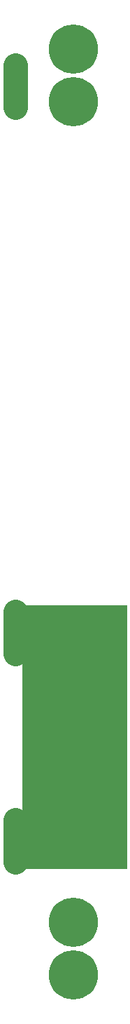
<source format=gbs>
%TF.GenerationSoftware,KiCad,Pcbnew,(5.1.9)-1*%
%TF.CreationDate,2021-08-19T10:25:23+08:00*%
%TF.ProjectId,EX-HX-Combo-Backplate,45582d48-582d-4436-9f6d-626f2d426163,rev?*%
%TF.SameCoordinates,Original*%
%TF.FileFunction,Soldermask,Bot*%
%TF.FilePolarity,Negative*%
%FSLAX46Y46*%
G04 Gerber Fmt 4.6, Leading zero omitted, Abs format (unit mm)*
G04 Created by KiCad (PCBNEW (5.1.9)-1) date 2021-08-19 10:25:23*
%MOMM*%
%LPD*%
G01*
G04 APERTURE LIST*
%ADD10C,0.100000*%
%ADD11C,3.000000*%
%ADD12C,5.950000*%
%ADD13O,4.800000X4.600000*%
%ADD14O,2.360000X7.280000*%
G04 APERTURE END LIST*
D10*
G36*
X267970000Y-135890000D02*
G01*
X255280000Y-135890000D01*
X255280000Y-104140000D01*
X267970000Y-104140000D01*
X267970000Y-135890000D01*
G37*
X267970000Y-135890000D02*
X255280000Y-135890000D01*
X255280000Y-104140000D01*
X267970000Y-104140000D01*
X267970000Y-135890000D01*
D11*
%TO.C,H5*%
X254480000Y-130048000D02*
X254480000Y-135128000D01*
%TO.C,H7*%
X254480000Y-38952000D02*
X254480000Y-44032000D01*
%TO.C,H6*%
X254480000Y-104902000D02*
X254480000Y-109982000D01*
%TD*%
D12*
%TO.C,H2*%
X261480000Y-43360000D03*
%TD*%
%TO.C,H1*%
X261480000Y-37010000D03*
%TD*%
%TO.C,H3*%
X261480000Y-142420000D03*
%TD*%
%TO.C,H4*%
X261480000Y-148770000D03*
%TD*%
D13*
%TO.C,H8*%
X261530000Y-132509260D03*
X261530000Y-107520740D03*
%TD*%
D14*
%TO.C,H5*%
X254480000Y-132588000D03*
%TD*%
%TO.C,H7*%
X254480000Y-41492000D03*
%TD*%
%TO.C,H6*%
X254480000Y-107442000D03*
%TD*%
M02*

</source>
